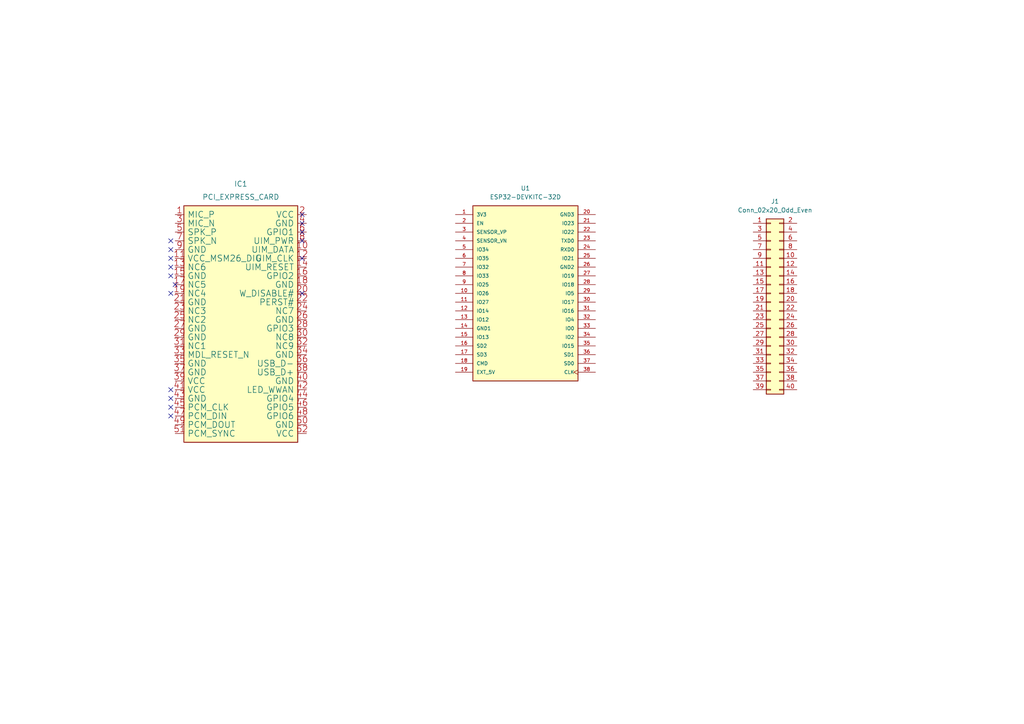
<source format=kicad_sch>
(kicad_sch (version 20211123) (generator eeschema)
  (paper "A4")
  (lib_symbols
    (symbol "Connector_Generic:Conn_02x20_Odd_Even" (pin_names (offset 1.016) hide)
      (property "Reference" "J" (at 1.27 25.4 0))
      (property "Value" "Conn_02x20_Odd_Even" (at 1.27 -27.94 0))
      (symbol "Conn_02x20_Odd_Even_1_1"
        (rectangle (start -1.27 -25.273) (end 0 -25.527) (stroke (width 0.1524)))
        (rectangle (start -1.27 -22.733) (end 0 -22.987) (stroke (width 0.1524)))
        (rectangle (start -1.27 -20.193) (end 0 -20.447) (stroke (width 0.1524)))
        (rectangle (start -1.27 -17.653) (end 0 -17.907) (stroke (width 0.1524)))
        (rectangle (start -1.27 -15.113) (end 0 -15.367) (stroke (width 0.1524)))
        (rectangle (start -1.27 -12.573) (end 0 -12.827) (stroke (width 0.1524)))
        (rectangle (start -1.27 -10.033) (end 0 -10.287) (stroke (width 0.1524)))
        (rectangle (start -1.27 -7.493) (end 0 -7.747) (stroke (width 0.1524)))
        (rectangle (start -1.27 -4.953) (end 0 -5.207) (stroke (width 0.1524)))
        (rectangle (start -1.27 -2.413) (end 0 -2.667) (stroke (width 0.1524)))
        (rectangle (start -1.27 0.127) (end 0 -0.127) (stroke (width 0.1524)))
        (rectangle (start -1.27 2.667) (end 0 2.413) (stroke (width 0.1524)))
        (rectangle (start -1.27 5.207) (end 0 4.953) (stroke (width 0.1524)))
        (rectangle (start -1.27 7.747) (end 0 7.493) (stroke (width 0.1524)))
        (rectangle (start -1.27 10.287) (end 0 10.033) (stroke (width 0.1524)))
        (rectangle (start -1.27 12.827) (end 0 12.573) (stroke (width 0.1524)))
        (rectangle (start -1.27 15.367) (end 0 15.113) (stroke (width 0.1524)))
        (rectangle (start -1.27 17.907) (end 0 17.653) (stroke (width 0.1524)))
        (rectangle (start -1.27 20.447) (end 0 20.193) (stroke (width 0.1524)))
        (rectangle (start -1.27 22.987) (end 0 22.733) (stroke (width 0.1524)))
        (rectangle (start -1.27 24.13) (end 3.81 -26.67) (stroke (width 0.254)) (fill (type background)))
        (rectangle (start 3.81 -25.273) (end 2.54 -25.527) (stroke (width 0.1524)))
        (rectangle (start 3.81 -22.733) (end 2.54 -22.987) (stroke (width 0.1524)))
        (rectangle (start 3.81 -20.193) (end 2.54 -20.447) (stroke (width 0.1524)))
        (rectangle (start 3.81 -17.653) (end 2.54 -17.907) (stroke (width 0.1524)))
        (rectangle (start 3.81 -15.113) (end 2.54 -15.367) (stroke (width 0.1524)))
        (rectangle (start 3.81 -12.573) (end 2.54 -12.827) (stroke (width 0.1524)))
        (rectangle (start 3.81 -10.033) (end 2.54 -10.287) (stroke (width 0.1524)))
        (rectangle (start 3.81 -7.493) (end 2.54 -7.747) (stroke (width 0.1524)))
        (rectangle (start 3.81 -4.953) (end 2.54 -5.207) (stroke (width 0.1524)))
        (rectangle (start 3.81 -2.413) (end 2.54 -2.667) (stroke (width 0.1524)))
        (rectangle (start 3.81 0.127) (end 2.54 -0.127) (stroke (width 0.1524)))
        (rectangle (start 3.81 2.667) (end 2.54 2.413) (stroke (width 0.1524)))
        (rectangle (start 3.81 5.207) (end 2.54 4.953) (stroke (width 0.1524)))
        (rectangle (start 3.81 7.747) (end 2.54 7.493) (stroke (width 0.1524)))
        (rectangle (start 3.81 10.287) (end 2.54 10.033) (stroke (width 0.1524)))
        (rectangle (start 3.81 12.827) (end 2.54 12.573) (stroke (width 0.1524)))
        (rectangle (start 3.81 15.367) (end 2.54 15.113) (stroke (width 0.1524)))
        (rectangle (start 3.81 17.907) (end 2.54 17.653) (stroke (width 0.1524)))
        (rectangle (start 3.81 20.447) (end 2.54 20.193) (stroke (width 0.1524)))
        (rectangle (start 3.81 22.987) (end 2.54 22.733) (stroke (width 0.1524)))
        (pin passive line (at -5.08 22.86 0) (length 3.81) (name "Pin_1") (number "1"))
        (pin passive line (at 7.62 12.7 180) (length 3.81) (name "Pin_10") (number "10"))
        (pin passive line (at -5.08 10.16 0) (length 3.81) (name "Pin_11") (number "11"))
        (pin passive line (at 7.62 10.16 180) (length 3.81) (name "Pin_12") (number "12"))
        (pin passive line (at -5.08 7.62 0) (length 3.81) (name "Pin_13") (number "13"))
        (pin passive line (at 7.62 7.62 180) (length 3.81) (name "Pin_14") (number "14"))
        (pin passive line (at -5.08 5.08 0) (length 3.81) (name "Pin_15") (number "15"))
        (pin passive line (at 7.62 5.08 180) (length 3.81) (name "Pin_16") (number "16"))
        (pin passive line (at -5.08 2.54 0) (length 3.81) (name "Pin_17") (number "17"))
        (pin passive line (at 7.62 2.54 180) (length 3.81) (name "Pin_18") (number "18"))
        (pin passive line (at -5.08 0 0) (length 3.81) (name "Pin_19") (number "19"))
        (pin passive line (at 7.62 22.86 180) (length 3.81) (name "Pin_2") (number "2"))
        (pin passive line (at 7.62 0 180) (length 3.81) (name "Pin_20") (number "20"))
        (pin passive line (at -5.08 -2.54 0) (length 3.81) (name "Pin_21") (number "21"))
        (pin passive line (at 7.62 -2.54 180) (length 3.81) (name "Pin_22") (number "22"))
        (pin passive line (at -5.08 -5.08 0) (length 3.81) (name "Pin_23") (number "23"))
        (pin passive line (at 7.62 -5.08 180) (length 3.81) (name "Pin_24") (number "24"))
        (pin passive line (at -5.08 -7.62 0) (length 3.81) (name "Pin_25") (number "25"))
        (pin passive line (at 7.62 -7.62 180) (length 3.81) (name "Pin_26") (number "26"))
        (pin passive line (at -5.08 -10.16 0) (length 3.81) (name "Pin_27") (number "27"))
        (pin passive line (at 7.62 -10.16 180) (length 3.81) (name "Pin_28") (number "28"))
        (pin passive line (at -5.08 -12.7 0) (length 3.81) (name "Pin_29") (number "29"))
        (pin passive line (at -5.08 20.32 0) (length 3.81) (name "Pin_3") (number "3"))
        (pin passive line (at 7.62 -12.7 180) (length 3.81) (name "Pin_30") (number "30"))
        (pin passive line (at -5.08 -15.24 0) (length 3.81) (name "Pin_31") (number "31"))
        (pin passive line (at 7.62 -15.24 180) (length 3.81) (name "Pin_32") (number "32"))
        (pin passive line (at -5.08 -17.78 0) (length 3.81) (name "Pin_33") (number "33"))
        (pin passive line (at 7.62 -17.78 180) (length 3.81) (name "Pin_34") (number "34"))
        (pin passive line (at -5.08 -20.32 0) (length 3.81) (name "Pin_35") (number "35"))
        (pin passive line (at 7.62 -20.32 180) (length 3.81) (name "Pin_36") (number "36"))
        (pin passive line (at -5.08 -22.86 0) (length 3.81) (name "Pin_37") (number "37"))
        (pin passive line (at 7.62 -22.86 180) (length 3.81) (name "Pin_38") (number "38"))
        (pin passive line (at -5.08 -25.4 0) (length 3.81) (name "Pin_39") (number "39"))
        (pin passive line (at 7.62 20.32 180) (length 3.81) (name "Pin_4") (number "4"))
        (pin passive line (at 7.62 -25.4 180) (length 3.81) (name "Pin_40") (number "40"))
        (pin passive line (at -5.08 17.78 0) (length 3.81) (name "Pin_5") (number "5"))
        (pin passive line (at 7.62 17.78 180) (length 3.81) (name "Pin_6") (number "6"))
        (pin passive line (at -5.08 15.24 0) (length 3.81) (name "Pin_7") (number "7"))
        (pin passive line (at 7.62 15.24 180) (length 3.81) (name "Pin_8") (number "8"))
        (pin passive line (at -5.08 12.7 0) (length 3.81) (name "Pin_9") (number "9"))
      )
    )
    (symbol "ESP32:ESP32-DEVKITC-32D" (pin_names (offset 1.016))
      (property "Reference" "U" (at -15.2654 26.0604 0))
      (property "Value" "ESP32-DEVKITC-32D" (at -15.2654 -27.9654 0))
      (symbol "ESP32-DEVKITC-32D_0_0"
        (rectangle (start -15.24 -25.4) (end 15.24 25.4) (stroke (width 0.254)) (fill (type background)))
        (pin power_in line (at -20.32 22.86 0) (length 5.08) (name "3V3") (number "1"))
        (pin bidirectional line (at -20.32 0 0) (length 5.08) (name "IO26") (number "10"))
        (pin bidirectional line (at -20.32 -2.54 0) (length 5.08) (name "IO27") (number "11"))
        (pin bidirectional line (at -20.32 -5.08 0) (length 5.08) (name "IO14") (number "12"))
        (pin bidirectional line (at -20.32 -7.62 0) (length 5.08) (name "IO12") (number "13"))
        (pin power_in line (at -20.32 -10.16 0) (length 5.08) (name "GND1") (number "14"))
        (pin bidirectional line (at -20.32 -12.7 0) (length 5.08) (name "IO13") (number "15"))
        (pin bidirectional line (at -20.32 -15.24 0) (length 5.08) (name "SD2") (number "16"))
        (pin bidirectional line (at -20.32 -17.78 0) (length 5.08) (name "SD3") (number "17"))
        (pin bidirectional line (at -20.32 -20.32 0) (length 5.08) (name "CMD") (number "18"))
        (pin power_in line (at -20.32 -22.86 0) (length 5.08) (name "EXT_5V") (number "19"))
        (pin input line (at -20.32 20.32 0) (length 5.08) (name "EN") (number "2"))
        (pin power_in line (at 20.32 22.86 180) (length 5.08) (name "GND3") (number "20"))
        (pin bidirectional line (at 20.32 20.32 180) (length 5.08) (name "IO23") (number "21"))
        (pin bidirectional line (at 20.32 17.78 180) (length 5.08) (name "IO22") (number "22"))
        (pin output line (at 20.32 15.24 180) (length 5.08) (name "TXD0") (number "23"))
        (pin input line (at 20.32 12.7 180) (length 5.08) (name "RXD0") (number "24"))
        (pin bidirectional line (at 20.32 10.16 180) (length 5.08) (name "IO21") (number "25"))
        (pin power_in line (at 20.32 7.62 180) (length 5.08) (name "GND2") (number "26"))
        (pin bidirectional line (at 20.32 5.08 180) (length 5.08) (name "IO19") (number "27"))
        (pin bidirectional line (at 20.32 2.54 180) (length 5.08) (name "IO18") (number "28"))
        (pin bidirectional line (at 20.32 0 180) (length 5.08) (name "IO5") (number "29"))
        (pin input line (at -20.32 17.78 0) (length 5.08) (name "SENSOR_VP") (number "3"))
        (pin bidirectional line (at 20.32 -2.54 180) (length 5.08) (name "IO17") (number "30"))
        (pin bidirectional line (at 20.32 -5.08 180) (length 5.08) (name "IO16") (number "31"))
        (pin bidirectional line (at 20.32 -7.62 180) (length 5.08) (name "IO4") (number "32"))
        (pin bidirectional line (at 20.32 -10.16 180) (length 5.08) (name "IO0") (number "33"))
        (pin bidirectional line (at 20.32 -12.7 180) (length 5.08) (name "IO2") (number "34"))
        (pin bidirectional line (at 20.32 -15.24 180) (length 5.08) (name "IO15") (number "35"))
        (pin bidirectional line (at 20.32 -17.78 180) (length 5.08) (name "SD1") (number "36"))
        (pin bidirectional line (at 20.32 -20.32 180) (length 5.08) (name "SD0") (number "37"))
        (pin input clock (at 20.32 -22.86 180) (length 5.08) (name "CLK") (number "38"))
        (pin input line (at -20.32 15.24 0) (length 5.08) (name "SENSOR_VN") (number "4"))
        (pin bidirectional line (at -20.32 12.7 0) (length 5.08) (name "IO34") (number "5"))
        (pin bidirectional line (at -20.32 10.16 0) (length 5.08) (name "IO35") (number "6"))
        (pin bidirectional line (at -20.32 7.62 0) (length 5.08) (name "IO32") (number "7"))
        (pin bidirectional line (at -20.32 5.08 0) (length 5.08) (name "IO33") (number "8"))
        (pin bidirectional line (at -20.32 2.54 0) (length 5.08) (name "IO25") (number "9"))
      )
    )
    (symbol "SX_Loracell:PCI_EXPRESS_CARD" (pin_names (offset 1.016))
      (property "Reference" "IC" (at 0 0 0))
      (property "Value" "PCI_EXPRESS_CARD" (at 0 -71.12 0))
      (symbol "PCI_EXPRESS_CARD_0_1"
        (rectangle (start 0 -68.58) (end 33.02 0) (stroke (width 0.254)) (fill (type background)))
        (pin open_collector line (at 35.56 -2.54 180) (length 2.54) (name "MIC_P") (number "1"))
        (pin passive line (at -2.54 -12.7 0) (length 2.54) (name "UIM_DATA") (number "10"))
        (pin passive line (at 35.56 -15.24 180) (length 2.54) (name "VCC_MSM26_DIG") (number "11"))
        (pin passive line (at -2.54 -15.24 0) (length 2.54) (name "UIM_CLK") (number "12"))
        (pin passive line (at 35.56 -17.78 180) (length 2.54) (name "NC6") (number "13"))
        (pin passive line (at -2.54 -17.78 0) (length 2.54) (name "UIM_RESET") (number "14"))
        (pin power_in line (at 35.56 -20.32 180) (length 2.54) (name "GND") (number "15"))
        (pin passive line (at -2.54 -20.32 0) (length 2.54) (name "GPIO2") (number "16"))
        (pin passive line (at 35.56 -22.86 180) (length 2.54) (name "NC5") (number "17"))
        (pin power_in line (at -2.54 -22.86 0) (length 2.54) (name "GND") (number "18"))
        (pin passive line (at 35.56 -25.4 180) (length 2.54) (name "NC4") (number "19"))
        (pin power_in line (at -2.54 -2.54 0) (length 2.54) (name "VCC") (number "2"))
        (pin passive line (at -2.54 -25.4 0) (length 2.54) (name "W_DISABLE#") (number "20"))
        (pin power_in line (at 35.56 -27.94 180) (length 2.54) (name "GND") (number "21"))
        (pin passive line (at -2.54 -27.94 0) (length 2.54) (name "PERST#") (number "22"))
        (pin passive line (at 35.56 -30.48 180) (length 2.54) (name "NC3") (number "23"))
        (pin passive line (at -2.54 -30.48 0) (length 2.54) (name "NC7") (number "24"))
        (pin passive line (at 35.56 -33.02 180) (length 2.54) (name "NC2") (number "25"))
        (pin power_in line (at -2.54 -33.02 0) (length 2.54) (name "GND") (number "26"))
        (pin power_in line (at 35.56 -35.56 180) (length 2.54) (name "GND") (number "27"))
        (pin passive line (at -2.54 -35.56 0) (length 2.54) (name "GPIO3") (number "28"))
        (pin power_in line (at 35.56 -38.1 180) (length 2.54) (name "GND") (number "29"))
        (pin passive line (at 35.56 -5.08 180) (length 2.54) (name "MIC_N") (number "3"))
        (pin passive line (at -2.54 -38.1 0) (length 2.54) (name "NC8") (number "30"))
        (pin passive line (at 35.56 -40.64 180) (length 2.54) (name "NC1") (number "31"))
        (pin passive line (at -2.54 -40.64 0) (length 2.54) (name "NC9") (number "32"))
        (pin passive line (at 35.56 -43.18 180) (length 2.54) (name "MDL_RESET_N") (number "33"))
        (pin power_in line (at -2.54 -43.18 0) (length 2.54) (name "GND") (number "34"))
        (pin power_in line (at 35.56 -45.72 180) (length 2.54) (name "GND") (number "35"))
        (pin passive line (at -2.54 -45.72 0) (length 2.54) (name "USB_D-") (number "36"))
        (pin power_in line (at 35.56 -48.26 180) (length 2.54) (name "GND") (number "37"))
        (pin passive line (at -2.54 -48.26 0) (length 2.54) (name "USB_D+") (number "38"))
        (pin power_in line (at 35.56 -50.8 180) (length 2.54) (name "VCC") (number "39"))
        (pin power_in line (at -2.54 -5.08 0) (length 2.54) (name "GND") (number "4"))
        (pin power_in line (at -2.54 -50.8 0) (length 2.54) (name "GND") (number "40"))
        (pin power_in line (at 35.56 -53.34 180) (length 2.54) (name "VCC") (number "41"))
        (pin passive line (at -2.54 -53.34 0) (length 2.54) (name "LED_WWAN") (number "42"))
        (pin power_in line (at 35.56 -55.88 180) (length 2.54) (name "GND") (number "43"))
        (pin passive line (at -2.54 -55.88 0) (length 2.54) (name "GPIO4") (number "44"))
        (pin passive line (at 35.56 -58.42 180) (length 2.54) (name "PCM_CLK") (number "45"))
        (pin passive line (at -2.54 -58.42 0) (length 2.54) (name "GPIO5") (number "46"))
        (pin passive line (at 35.56 -60.96 180) (length 2.54) (name "PCM_DIN") (number "47"))
        (pin passive line (at -2.54 -60.96 0) (length 2.54) (name "GPIO6") (number "48"))
        (pin passive line (at 35.56 -63.5 180) (length 2.54) (name "PCM_DOUT") (number "49"))
        (pin passive line (at 35.56 -7.62 180) (length 2.54) (name "SPK_P") (number "5"))
        (pin power_in line (at -2.54 -63.5 0) (length 2.54) (name "GND") (number "50"))
        (pin passive line (at 35.56 -66.04 180) (length 2.54) (name "PCM_SYNC") (number "51"))
        (pin power_in line (at -2.54 -66.04 0) (length 2.54) (name "VCC") (number "52"))
        (pin passive line (at -2.54 -7.62 0) (length 2.54) (name "GPIO1") (number "6"))
        (pin open_collector line (at 35.56 -10.16 180) (length 2.54) (name "SPK_N") (number "7"))
        (pin passive line (at -2.54 -10.16 0) (length 2.54) (name "UIM_PWR") (number "8"))
        (pin power_in line (at 35.56 -12.7 180) (length 2.54) (name "GND") (number "9"))
      )
    )
  )
  (no_connect (at 50.8 82.55))
  (no_connect (at 87.63 85.09))
  (no_connect (at 49.53 113.03))
  (no_connect (at 49.53 115.57))
  (no_connect (at 49.53 118.11))
  (no_connect (at 49.53 120.65))
  (no_connect (at 87.63 69.85))
  (no_connect (at 87.63 62.23))
  (no_connect (at 87.63 64.77))
  (no_connect (at 87.63 67.31))
  (no_connect (at 87.63 74.93))
  (no_connect (at 49.53 69.85))
  (no_connect (at 49.53 72.39))
  (no_connect (at 49.53 74.93))
  (no_connect (at 49.53 77.47))
  (no_connect (at 49.53 80.01))
  (no_connect (at 49.53 85.09))
  (symbol (lib_id "ESP32:ESP32-DEVKITC-32D") (at 152.4 85.09 0) (unit 1)
    (property "Reference" "U1" (at 152.4 54.61 0))
    (property "Value" "ESP32-DEVKITC-32D" (at 152.4 57.15 0))
    (property "Footprint" "MODULE_ESP32-DEVKITC-32D" (effects hide))
    (property "PARTREV" "4" (effects hide))
    (property "MANUFACTURER" "Espressif Systems" (effects hide))
  )
  (symbol (lib_id "Connector_Generic:Conn_02x20_Odd_Even") (at 223.52 87.63 0) (unit 1)
    (property "Reference" "J1" (at 224.79 58.42 0))
    (property "Value" "Conn_02x20_Odd_Even" (at 224.79 60.96 0))
  )
  (symbol (lib_id "SX_Loracell:PCI_EXPRESS_CARD") (at 86.36 59.69 0) (mirror y) (unit 1)
    (property "Reference" "IC1" (at 69.85 53.34 0) (effects (font (size 1.524 1.524))))
    (property "Value" "PCI_EXPRESS_CARD" (at 69.85 57.15 0) (effects (font (size 1.524 1.524))))
    (property "Footprint" "Connector_PCBEdge:BUS_PCI_Express_Mini" (effects hide))
  )
)
</source>
